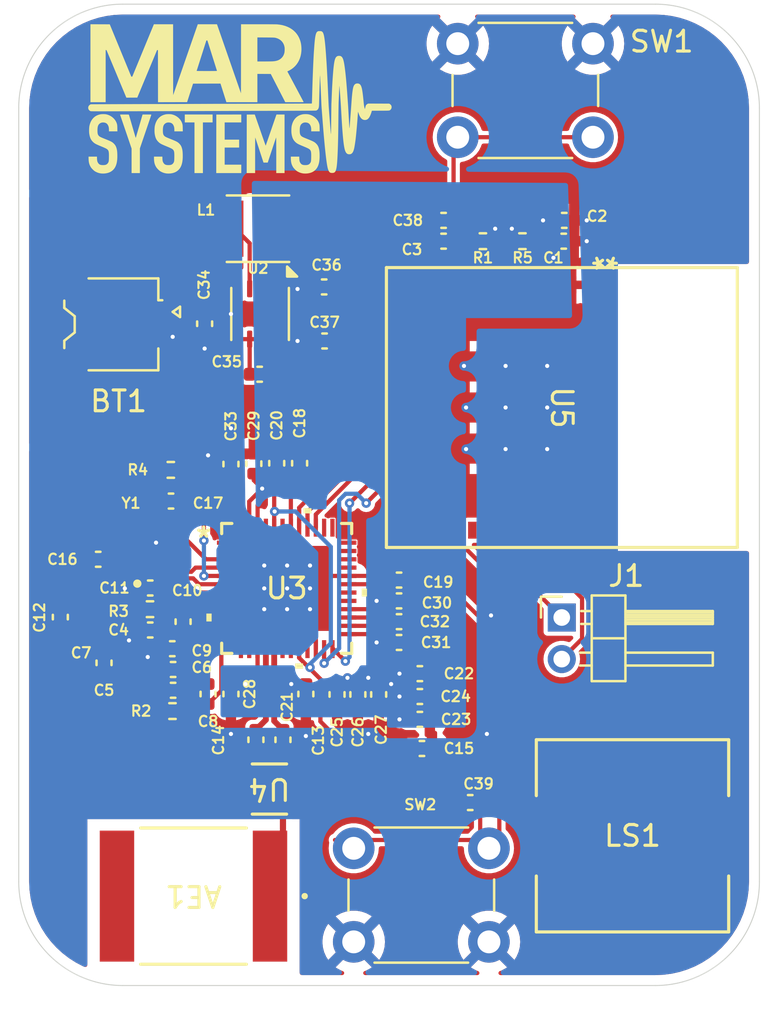
<source format=kicad_pcb>
(kicad_pcb (version 20240108) (generator "pcbnew") (generator_version "8.0")
  (layers (0 "F.Cu" signal) (31 "B.Cu" signal) (34 "B.Paste" user) (35 "F.Paste" user) (36 "B.SilkS" user "B.Silkscreen") (37 "F.SilkS" user "F.Silkscreen") (38 "B.Mask" user) (39 "F.Mask" user) (44 "Edge.Cuts" user))
  (net 0 "")
  (net 1 "GND")
  (net 2 "Net-(AE1-A)")
  (net 3 "VDDAON")
  (net 4 "Net-(C10-Pad2)")
  (net 5 "Net-(C5-Pad1)")
  (net 6 "Net-(C5-Pad2)")
  (net 7 "Net-(C7-Pad1)")
  (net 8 "Net-(C8-Pad1)")
  (net 9 "Net-(C9-Pad1)")
  (net 10 "Net-(C10-Pad1)")
  (net 11 "Net-(C11-Pad1)")
  (net 12 "Net-(C12-Pad1)")
  (net 13 "Net-(C13-Pad1)")
  (net 14 "Net-(C14-Pad1)")
  (net 15 "VDDDIG")
  (net 16 "Net-(C16-Pad1)")
  (net 17 "Net-(C17-Pad1)")
  (net 18 "Net-(C18-Pad1)")
  (net 19 "Net-(C19-Pad2)")
  (net 20 "VDDLDOD")
  (net 21 "VDDLDOA")
  (net 22 "Net-(BT1-+)")
  (net 23 "Net-(R4-Pad1)")
  (net 24 "SPICLK")
  (net 25 "SPICSn")
  (net 26 "RSTn")
  (net 27 "RXD0")
  (net 28 "SPIMOSI")
  (net 29 "WAKEUP")
  (net 30 "TXD0")
  (net 31 "SPIMISO")
  (net 37 "SYNC")
  (net 47 "Net-(U5-IO19)")
  (net 66 "Net-(U5-IO2)")
  (net 67 "Net-(U2-EN)")
  (net 68 "Net-(U2-L1)")
  (net 69 "Net-(U2-L2)")
  (net 70 "C+")
  (net 71 "C-")
  (net 72 "Boot")
  (net 73 "EN")
  (footprint "Resistor_SMD:R_0402_1005Metric" (layer "F.Cu") (at 104.69 87.6 180)
    (property "Reference" "R2")
    (property "Value" "270")
  )
  (footprint "Capacitor_SMD:C_0402_1005Metric" (layer "F.Cu") (at 104.62 77.5 180)
    (property "Reference" "C17")
    (property "Value" "10p")
  )
  (footprint "Resistor_SMD:R_0402_1005Metric" (layer "F.Cu") (at 104.61 76 180)
    (property "Reference" "R4")
    (property "Value" "11k")
  )
  (footprint "Capacitor_SMD:C_0402_1005Metric" (layer "F.Cu") (at 104.72 86.6)
    (property "Reference" "C5")
    (property "Value" "820p")
  )
  (footprint "Capacitor_SMD:C_0402_1005Metric" (layer "F.Cu") (at 115.58 81.3 180)
    (property "Reference" "C19")
    (property "Value" "0.1u")
  )
  (footprint "Capacitor_SMD:C_0402_1005Metric" (layer "F.Cu") (at 103.62 81.68 180)
    (property "Reference" "C11")
    (property "Value" "0.1u")
  )
  (footprint "Connector_PinHeader_2.00mm:PinHeader_1x02_P2.00mm_Horizontal" (layer "F.Cu") (at 123.4 83.1)
    (property "Reference" "J1")
    (property "Value" "Conn_01x02_Socket")
  )
  (footprint "Capacitor_SMD:C_0402_1005Metric" (layer "F.Cu") (at 117.72 64)
    (property "Reference" "C38")
    (property "Value" "0.1u")
  )
  (footprint "Capacitor_SMD:C_0402_1005Metric" (layer "F.Cu") (at 119 92)
    (property "Reference" "C39")
    (property "Value" "10p")
  )
  (footprint "Capacitor_SMD:C_0402_1005Metric" (layer "F.Cu") (at 114.6 86.8 -90)
    (property "Reference" "C27")
    (property "Value" "330p")
  )
  (footprint "Capacitor_SMD:C_0402_1005Metric" (layer "F.Cu") (at 116.58 88)
    (property "Reference" "C23")
    (property "Value" "10p")
  )
  (footprint "Capacitor_SMD:C_0402_1005Metric" (layer "F.Cu") (at 105.2 83.3 -90)
    (property "Reference" "C10")
    (property "Value" "1p")
  )
  (footprint "Capacitor_SMD:C_0402_1005Metric" (layer "F.Cu") (at 106.235 68.97 90)
    (property "Reference" "C34")
    (property "Value" "10u")
  )
  (footprint "Capacitor_SMD:C_0402_1005Metric" (layer "F.Cu") (at 115.58 83.3)
    (property "Reference" "C32")
    (property "Value" "0.1u")
  )
  (footprint "Capacitor_SMD:C_0402_1005Metric" (layer "F.Cu") (at 108.6 75.7 90)
    (property "Reference" "C29")
    (property "Value" "0.1u")
  )
  (footprint "Capacitor_SMD:C_0402_1005Metric" (layer "F.Cu") (at 109.7 75.68 90)
    (property "Reference" "C20")
    (property "Value" "0.1u")
  )
  (footprint "Capacitor_SMD:C_0402_1005Metric" (layer "F.Cu") (at 106.4 86.78 90)
    (property "Reference" "C8")
    (property "Value" "18p")
  )
  (footprint "Capacitor_SMD:C_0402_1005Metric" (layer "F.Cu") (at 107.5 75.72 90)
    (property "Reference" "C33")
    (property "Value" "0.1u")
  )
  (footprint "Capacitor_SMD:C_0402_1005Metric" (layer "F.Cu") (at 108.88 71.4)
    (property "Reference" "C35")
    (property "Value" "0.1u")
  )
  (footprint "DW1000:VFQFN48_12X12_QOR" (layer "F.Cu") (at 110.179 81.700001)
    (property "Reference" "U3")
    (property "Value" "DW1000-I-TR13")
  )
  (footprint "Capacitor_SMD:C_0402_1005Metric" (layer "F.Cu") (at 116.68 89.4 180)
    (property "Reference" "C15")
    (property "Value" "0.1u")
  )
  (footprint "ABM10_165_38:XTAL_ABM10-165-38.400MHZ-T3" (layer "F.Cu") (at 103.9 79.5 90)
    (property "Reference" "Y1")
    (property "Value" "ABM10")
  )
  (footprint "Capacitor_SMD:C_0402_1005Metric" (layer "F.Cu") (at 115.58 84.3)
    (property "Reference" "C31")
    (property "Value" "0.1u")
  )
  (footprint "HHM1595A1:HHM-6_2P0X1P25" (layer "F.Cu") (at 109.350001 91.349999 180)
    (property "Reference" "U4")
    (property "Value" "HHM1595A1")
  )
  (footprint "Capacitor_SMD:C_0402_1005Metric" (layer "F.Cu") (at 117.72 65)
    (property "Reference" "C3")
    (property "Value" "1u")
  )
  (footprint "SMT-0952-T-5V-R:SMT-0952-T-5V-R_PUI" (layer "F.Cu") (at 126.8 93.6)
    (property "Reference" "LS1")
    (property "Value" "SMT-0952-T-5V-R")
  )
  (footprint "Capacitor_SMD:C_0402_1005Metric" (layer "F.Cu") (at 123.494999 65)
    (property "Reference" "C1")
    (property "Value" "10u")
  )
  (footprint "Capacitor_SMD:C_0402_1005Metric" (layer "F.Cu") (at 111.98 67.2)
    (property "Reference" "C36")
    (property "Value" "10u")
  )
  (footprint "Capacitor_SMD:C_0402_1005Metric" (layer "F.Cu") (at 112.6 86.8 -90)
    (property "Reference" "C25")
    (property "Value" "0.1u")
  )
  (footprint "Resistor_SMD:R_0402_1005Metric" (layer "F.Cu") (at 103.61 82.7 180)
    (property "Reference" "R3")
    (property "Value" "16k")
  )
  (footprint "Button_Switch_THT:SW_PUSH_6mm" (layer "F.Cu") (at 118.4 55.5)
    (property "Reference" "SW1")
    (property "Value" "EN")
  )
  (footprint "Capacitor_SMD:C_0402_1005Metric" (layer "F.Cu") (at 116.58 85.8)
    (property "Reference" "C22")
    (property "Value" "0.1u")
  )
  (footprint "AH086M555003:AH086M_TAY" (layer "F.Cu") (at 105.7 96.5 180)
    (property "Reference" "AE1")
    (property "Value" "Antenna")
  )
  (footprint "LOGO" (layer "F.Cu") (at 107.9 58.2)
    (property "Reference" "G***" (hide yes))
    (property "Value" "LOGO" (hide yes))
  )
  (footprint "Capacitor_SMD:C_0402_1005Metric" (layer "F.Cu") (at 111.1 86.78 -90)
    (property "Reference" "C21")
    (property "Value" "47u")
  )
  (footprint "Capacitor_SMD:C_0402_1005Metric" (layer "F.Cu") (at 108.7 88.979998 90)
    (property "Reference" "C14")
    (property "Value" "12pF")
  )
  (footprint "Capacitor_SMD:C_0402_1005Metric" (layer "F.Cu") (at 101.4 85.28 -90)
    (property "Reference" "C7")
    (property "Value" "27p")
  )
  (footprint "Connector_JST:JST_ACH_BM02B-ACHSS-GAN-ETF_1x02-1MP_P1.20mm_Vertical" (layer "F.Cu") (at 101.9 69 -90)
    (property "Reference" "BT1")
    (property "Value" "Battery")
  )
  (footprint "Capacitor_SMD:C_0402_1005Metric" (layer "F.Cu") (at 116.58 86.9)
    (property "Reference" "C24")
    (property "Value" "330p")
  )
  (footprint "Capacitor_SMD:C_0402_1005Metric" (layer "F.Cu") (at 104.68 84.6 180)
    (property "Reference" "C9")
    (property "Value" "0.1u")
  )
  (footprint "Capacitor_SMD:C_0402_1005Metric" (layer "F.Cu") (at 103.62 83.7 180)
    (property "Reference" "C4")
    (property "Value" "0.1u")
  )
  (footprint "Resistor_SMD:R_0402_1005Metric" (layer "F.Cu") (at 121.51 65)
    (property "Reference" "R5")
    (property "Value" "10k")
  )
  (footprint "Capacitor_SMD:C_0402_1005Metric" (layer "F.Cu") (at 104.72 85.6 180)
    (property "Reference" "C6")
    (property "Value" "0.1u")
  )
  (footprint "Capacitor_SMD:C_0402_1005Metric" (layer "F.Cu") (at 107.5 86.78 -90)
    (property "Reference" "C28")
    (property "Value" "10n")
  )
  (footprint "Package_SON:WSON-10-1EP_2.5x2.5mm_P0.5mm_EP1.2x2mm" (layer "F.Cu") (at 108.9 68.5 -90)
    (property "Reference" "U2")
    (property "Value" "TPS63031DSK")
  )
  (footprint "Capacitor_SMD:C_0402_1005Metric" (layer "F.Cu") (at 115.58 82.3)
    (property "Reference" "C30")
    (property "Value" "0.1u")
  )
  (footprint "Capacitor_SMD:C_0402_1005Metric" (layer "F.Cu") (at 101.12 80.3 180)
    (property "Reference" "C16")
    (property "Value" "10pF")
  )
  (footprint "Button_Switch_THT:SW_PUSH_6mm" (layer "F.Cu") (at 119.9 98.7 180)
    (property "Reference" "SW2")
    (property "Value" "BOOT")
  )
  (footprint "Capacitor_SMD:C_0402_1005Metric" (layer "F.Cu") (at 110 88.979998 90)
    (property "Reference" "C13")
    (property "Value" "12pF")
  )
  (footprint "Capacitor_SMD:C_0402_1005Metric" (layer "F.Cu") (at 110.8 75.68 90)
    (property "Reference" "C18")
    (property "Value" "0.1u")
  )
  (footprint "ESP32-C3-MINI:ESP32-C3-MINI-1_EXP" (layer "F.Cu") (at 123.4051 73.000001 -90)
    (property "Reference" "U5")
    (property "Value" "ESP32-C3-MINI-1-N4")
  )
  (footprint "Capacitor_SMD:C_0402_1005Metric" (layer "F.Cu") (at 112 69.8)
    (property "Reference" "C37")
    (property "Value" "10u")
  )
  (footprint "Inductor_SMD:L_Taiyo-Yuden_NR-30xx" (layer "F.Cu") (at 108.8 64.4 180)
    (property "Reference" "L1")
    (property "Value" "1.5u")
  )
  (footprint "Capacitor_SMD:C_0402_1005Metric" (layer "F.Cu") (at 113.6 86.8 -90)
    (property "Reference" "C26")
    (property "Value" "10p")
  )
  (footprint "Capacitor_SMD:C_0402_1005Metric" (layer "F.Cu") (at 99.3 83.08 -90)
    (property "Reference" "C12")
    (property "Value" "0.1u")
  )
  (footprint "Resistor_SMD:R_0402_1005Metric" (layer "F.Cu") (at 119.61 65 180)
    (property "Reference" "R1")
    (property "Value" "10k")
  )
  (footprint "Capacitor_SMD:C_0402_1005Metric" (layer "F.Cu") (at 123.52 64)
    (property "Reference" "C2")
    (property "Value" "0.1u")
  )
  (gr_line (start 97.3 95.8) (end 97.3 58.6) (stroke (width 0.05)) (layer "Edge.Cuts"))
  (gr_line (start 102.3 53.6) (end 127.9 53.6) (stroke (width 0.05)) (layer "Edge.Cuts"))
  (gr_line (start 132.9 58.6) (end 132.9 95.8) (stroke (width 0.05)) (layer "Edge.Cuts"))
  (gr_arc (start 102.3 100.8) (mid 98.764466 99.335534) (end 97.3 95.8) (stroke (width 0.05)) (layer "Edge.Cuts"))
  (gr_arc (start 97.3 58.6) (mid 98.764466 55.064466) (end 102.3 53.6) (stroke (width 0.05)) (layer "Edge.Cuts"))
  (gr_arc (start 127.9 53.6) (mid 131.435534 55.064466) (end 132.9 58.6) (stroke (width 0.05)) (layer "Edge.Cuts"))
  (gr_arc (start 132.9 95.8) (mid 131.435534 99.335534) (end 127.9 100.8) (stroke (width 0.05)) (layer "Edge.Cuts"))
  (gr_line (start 127.9 100.8) (end 102.3 100.8) (stroke (width 0.05)) (layer "Edge.Cuts"))
  (segment (start 103.775 69.6) (end 104.7 69.6) (width 0.2032) (layer "F.Cu") (net 1))
  (segment (start 109.4 71.36) (end 109.36 71.4) (width 0.2032) (layer "F.Cu") (net 1))
  (segment (start 103.2 78.8) (end 103.9 79.5) (width 0.2032) (layer "F.Cu") (net 1))
  (segment (start 106.235 70.165) (end 106.235 69.45) (width 0.2032) (layer "F.Cu") (net 1))
  (segment (start 108.779 80.279) (end 109.1 80.6) (width 0.2032) (layer "F.Cu") (net 1))
  (segment (start 118.7 71.000001) (end 118.725 71.025001) (width 0.2032) (layer "F.Cu") (net 1))
  (segment (start 111.579 84.621001) (end 111.579 82.979) (width 0.2032) (layer "F.Cu") (net 1))
  (segment (start 103 78.8) (end 103.2 78.8) (width 0.2032) (layer "F.Cu") (net 1))
  (segment (start 109.979 80.379) (end 110.2 80.6) (width 0.2032) (layer "F.Cu") (net 1))
  (segment (start 108.779 78.779001) (end 108.779 80.279) (width 0.2032) (layer "F.Cu") (net 1))
  (segment (start 113.1 81.100002) (end 111.800002 81.100002) (width 0.2032) (layer "F.Cu") (net 1))
  (segment (start 109.4 69.7125) (end 109.4 69) (width 0.2032) (layer "F.Cu") (net 1))
  (segment (start 103.14 83.7) (end 103.1 83.7) (width 0.2032) (layer "F.Cu") (net 1))
  (segment (start 118.699999 71) (end 118.7 71) (width 0.2032) (layer "F.Cu") (net 1))
  (segment (start 104.8 80.2) (end 104.6 80.2) (width 0.2032) (layer "F.Cu") (net 1))
  (segment (start 108.9 67.2875) (end 108.9 68.5) (width 0.2032) (layer "F.Cu") (net 1))
  (segment (start 111.579 82.979) (end 111.3 82.7) (width 0.2032) (layer "F.Cu") (net 1))
  (segment (start 111.800002 81.100002) (end 111.3 80.6) (width 0.2032) (layer "F.Cu") (net 1))
  (segment (start 112.480002 69.800002) (end 112.48 69.8) (width 0.2032) (layer "F.Cu") (net 1))
  (segment (start 104.6 80.2) (end 103.9 79.5) (width 0.2032) (layer "F.Cu") (net 1))
  (segment (start 103.1 83.7) (end 102.6 84.2) (width 0.2032) (layer "F.Cu") (net 1))
  (segment (start 118.7 71) (end 118.7 71.000001) (width 0.2032) (layer "F.Cu") (net 1))
  (segment (start 107.5 68.5) (end 108.9 68.5) (width 0.2032) (layer "F.Cu") (net 1))
  (segment (start 109.4 69) (end 108.9 68.5) (width 0.2032) (layer "F.Cu") (net 1))
  (segment (start 109.979 78.779001) (end 109.979 80.379) (width 0.2032) (layer "F.Cu") (net 1))
  (via (at 111.3 80.6) (size 0.45) (drill 0.2) (layers "F.Cu" "B.Cu") (net 1))
  (via (at 111.3 81.7) (size 0.45) (drill 0.2) (layers "F.Cu" "B.Cu") (net 1))
  (via (at 124.6 64) (size 0.45) (drill 0.2) (layers "F.Cu" "B.Cu") (net 1))
  (via (at 103.5 85) (size 0.45) (drill 0.2) (layers "F.Cu" "B.Cu") (net 1))
  (via (at 118.8 73) (size 0.45) (drill 0.2) (layers "F.Cu" "B.Cu") (net 1))
  (via (at 102.4 81.7) (size 0.45) (drill 0.2) (layers "F.Cu" "B.Cu") (net 1))
  (via (at 102.6 84.2) (size 0.45) (drill 0.2) (layers "F.Cu" "B.Cu") (net 1))
  (via (at 110.2 82.7) (size 0.45) (drill 0.2) (layers "F.Cu" "B.Cu") (net 1))
  (via (at 109.1 82.7) (size 0.45) (drill 0.2) (layers "F.Cu" "B.Cu") (net 1))
  (via (at 124.6 65) (size 0.45) (drill 0.2) (layers "F.Cu" "B.Cu") (net 1))
  (via (at 107.5 68.5) (size 0.45) (drill 0.2) (layers "F.Cu" "B.Cu") (net 1))
  (via (at 107.5 74) (size 0.45) (drill 0.2) (layers "F.Cu" "B.Cu") (net 1))
  (via (at 120.7 71) (size 0.45) (drill 0.2) (layers "F.Cu" "B.Cu") (net 1))
  (via (at 109.1 81.7) (size 0.45) (drill 0.2) (layers "F.Cu" "B.Cu") (net 1))
  (via (at 106.4 75.3) (size 0.45) (drill 0.2) (layers "F.Cu" "B.Cu") (net 1))
  (via (at 104.7 69.6) (size 0.45) (drill 0.2) (layers "F.Cu" "B.Cu") (net 1))
  (via (at 120.7 75) (size 0.45) (drill 0.2) (layers "F.Cu" "B.Cu") (net 1))
  (via (at 122.7 73) (size 0.45) (drill 0.2) (layers "F.Cu" "B.Cu") (net 1))
  (via (at 106.235 70.165) (size 0.45) (drill 0.2) (layers "F.Cu" "B.Cu") (net 1))
  (via (at 120.7 73) (size 0.45) (drill 0.2) (layers "F.Cu" "B.Cu") (net 1))
  (via (at 110.2 81.7) (size 0.45) (drill 0.2) (layers "F.Cu" "B.Cu") (net 1))
  (via (at 111.3 82.7) (size 0.45) (drill 0.2) (layers "F.Cu" "B.Cu") (net 1))
  (via (at 118.7 71) (size 0.45) (drill 0.2) (layers "F.Cu" "B.Cu") (net 1))
  (via (at 122.7 75) (size 0.45) (drill 0.2) (layers "F.Cu" "B.Cu") (net 1))
  (via (at 119.8 88.7) (size 0.45) (drill 0.2) (layers "F.Cu" "B.Cu") (net 1))
  (via (at 103.9 79.5) (size 0.45) (drill 0.2) (layers "F.Cu" "B.Cu") (net 1))
  (via (at 110.2 80.6) (size 0.45) (drill 0.2) (layers "F.Cu" "B.Cu") (net 1))
  (via (at 122.7 71) (size 0.45) (drill 0.2) (layers "F.Cu" "B.Cu") (net 1))
  (via (at 120 83) (size 0.45) (drill 0.2) (layers "F.Cu" "B.Cu") (net 1))
  (via (at 114.1 88.7) (size 0.45) (drill 0.2) (layers "F.Cu" "B.Cu") (net 1))
  (via (at 109.1 80.6) (size 0.45) (drill 0.2) (layers "F.Cu" "B.Cu") (net 1))
  (via (at 118.8 75) (size 0.45) (drill 0.2) (layers "F.Cu" "B.Cu") (net 1))
  (via (at 111.1 88.8) (size 0.45) (drill 0.2) (layers "F.Cu" "B.Cu") (net 1))
  (via (at 107.5 88.7) (size 0.45) (drill 0.2) (layers "F.Cu" "B.Cu") (net 1))
  (segment (start 110 95.877801) (end 109.377801 96.5) (width 0.29718) (layer "F.Cu") (net 2))
  (segment (start 110 91.999998) (end 110 95.877801) (width 0.29718) (layer "F.Cu") (net 2))
  (segment (start 108.6 76.5) (end 109 76.9) (width 0.2032) (layer "F.Cu") (net 3))
  (segment (start 110.6125 69.7125) (end 110.7 69.8) (width 0.2032) (layer "F.Cu") (net 3))
  (segment (start 111.5 67.2) (end 110.8 67.2) (width 0.2032) (layer "F.Cu") (net 3))
  (segment (start 115.18 86.32) (end 115.2 86.3) (width 0.2032) (layer "F.Cu") (net 3))
  (segment (start 123.014999 65) (end 123.014999 65.785001) (width 0.2) (layer "F.Cu") (net 3))
  (segment (start 108.779 84.621001) (end 108.779 85.721) (width 0.2032) (layer "F.Cu") (net 3))
  (segment (start 109.9 69.7125) (end 110.6125 69.7125) (width 0.2032) (layer "F.Cu") (net 3))
  (segment (start 123.1 67.100003) (end 123.1 65.9) (width 0.2032) (layer "F.Cu") (net 3))
  (segment (start 107.5 86.3) (end 108.2 86.3) (width 0.2032) (layer "F.Cu") (net 3))
  (segment (start 115.1 84.3) (end 114.5 84.3) (width 0.2032) (layer "F.Cu") (net 3))
  (segment (start 112.6 86.32) (end 113.6 86.32) (width 0.2032) (layer "F.Cu") (net 3))
  (segment (start 116.1 88) (end 115.6 88) (width 0.2032) (layer "F.Cu") (net 3))
  (segment (start 122.5 64) (end 123.04 64) (width 0.2032) (layer "F.Cu") (net 3))
  (segment (start 114.6 86.32) (end 115.18 86.32) (width 0.2032) (layer "F.Cu") (net 3))
  (segment (start 112.78 86.32) (end 113.1 86) (width 0.2032) (layer "F.Cu") (net 3))
  (segment (start 111.1 86.3) (end 110.4 86.3) (width 0.2032) (layer "F.Cu") (net 3))
  (segment (start 113.6 86.32) (end 114.6 86.32) (width 0.2032) (layer "F.Cu") (net 3))
  (segment (start 123.1 65.9) (end 123 65.8) (width 0.2032) (layer "F.Cu") (net 3))
  (segment (start 116.1 85.8) (end 116.1 86.9) (width 0.2032) (layer "F.Cu") (net 3))
  (segment (start 114.100002 83.900002) (end 114.5 84.3) (width 0.2032) (layer "F.Cu") (net 3))
  (segment (start 115.1 82.3) (end 114.5 82.3) (width 0.2032) (layer "F.Cu") (net 3))
  (segment (start 113.1 82.700002) (end 114.099998 82.700002) (width 0.2032) (layer "F.Cu") (net 3))
  (segment (start 110.8 67.2) (end 110.7 67.3) (width 0.2032) (layer "F.Cu") (net 3))
  (segment (start 113.6 86.32) (end 113.78 86.32) (width 0.2032) (layer "F.Cu") (net 3))
  (segment (start 108.379001 78.779001) (end 108.379001 77.520999) (width 0.2032) (layer "F.Cu") (net 3))
  (segment (start 111.52 69.8) (end 110.7 69.8) (width 0.2032) (layer "F.Cu") (net 3))
  (segment (start 113.1 83.900002) (end 114.100002 83.900002) (width 0.2032) (layer "F.Cu") (net 3))
  (segment (start 109.9 67.2875) (end 110.6875 67.2875) (width 0.2032) (layer "F.Cu") (net 3))
  (segment (start 114.099998 82.700002) (end 114.5 82.3) (width 0.2032) (layer "F.Cu") (net 3))
  (segment (start 123.014999 65.785001) (end 123 65.8) (width 0.2) (layer "F.Cu") (net 3))
  (segment (start 110.6875 67.2875) (end 110.7 67.3) (width 0.2032) (layer "F.Cu") (net 3))
  (segment (start 120.12 65) (end 120.12 64.48) (width 0.2032) (layer "F.Cu") (net 3))
  (segment (start 121 65) (end 121 64.4) (width 0.2032) (layer "F.Cu") (net 3))
  (segment (start 113.78 86.32) (end 114.1 86) (width 0.2032) (layer "F.Cu") (net 3))
  (segment (start 108.379001 77.520999) (end 109 76.9) (width 0.2032) (layer "F.Cu") (net 3))
  (segment (start 120.12 64.48) (end 120.2 64.4) (width 0.2032) (layer "F.Cu") (net 3))
  (segment (start 116.1 85.8) (end 115.6 85.8) (width 0.2032) (layer "F.Cu") (net 3))
  (segment (start 108.779 85.721) (end 108.2 86.3) (width 0.2032) (layer "F.Cu") (net 3))
  (segment (start 116.1 86.9) (end 116.1 88) (width 0.2032) (layer "F.Cu") (net 3))
  (segment (start 108.6 76.18) (end 108.6 76.5) (width 0.2032) (layer "F.Cu") (net 3))
  (segment (start 112.6 86.32) (end 112.78 86.32) (width 0.2032) (layer "F.Cu") (net 3))
  (segment (start 116.1 86.9) (end 115.6 86.9) (width 0.2032) (layer "F.Cu") (net 3))
  (via (at 109 76.9) (size 0.45) (drill 0.2) (layers "F.Cu" "B.Cu") (net 3))
  (via (at 110.4 86.3) (size 0.45) (drill 0.2) (layers "F.Cu" "B.Cu") (net 3))
  (via (at 120.2 64.4) (size 0.45) (drill 0.2) (layers "F.Cu" "B.Cu") (net 3))
  (via (at 114.5 84.3) (size 0.45) (drill 0.2) (layers "F.Cu" "B.Cu") (net 3))
  (via (at 113.1 86) (size 0.45) (drill 0.2) (layers "F.Cu" "B.Cu") (net 3))
  (via (at 121 64.4) (size 0.45) (drill 0.2) (layers "F.Cu" "B.Cu") (net 3))
  (via (at 110.7 69.8) (size 0.45) (drill 0.2) (layers "F.Cu" "B.Cu") (net 3))
  (via (at 114.5 82.3) (size 0.45) (drill 0.2) (layers "F.Cu" "B.Cu") (net 3))
  (via (at 110.7 67.3) (size 0.45) (drill 0.2) (layers "F.Cu" "B.Cu") (net 3))
  (via (at 115.6 86.9) (size 0.45) (drill 0.2) (layers "F.Cu" "B.Cu") (net 3))
  (via (at 108.2 86.3) (size 0.45) (drill 0.2) (layers "F.Cu" "B.Cu") (net 3))
  (via (at 115.6 85.8) (size 0.45) (drill 0.2) (layers "F.Cu" "B.Cu") (net 3))
  (via (at 114.1 86) (size 0.45) (drill 0.2) (layers "F.Cu" "B.Cu") (net 3))
  (via (at 115.6 88) (size 0.45) (drill 0.2) (layers "F.Cu" "B.Cu") (net 3))
  (via (at 122.5 64) (size 0.45) (drill 0.2) (layers "F.Cu" "B.Cu") (net 3))
  (via (at 123 65.8) (size 0.45) (drill 0.2) (layers "F.Cu" "B.Cu") (net 3))
  (via (at 115.2 86.3) (size 0.45) (drill 0.2) (layers "F.Cu" "B.Cu") (net 3))
  (segment (start 101.4 85.76) (end 102.04 85.76) (width 0.2032) (layer "F.Cu") (net 4))
  (segment (start 107.258 82.700002) (end 106.279998 82.700002) (width 0.2032) (layer "F.Cu") (net 4))
  (segment (start 106.279998 82.700002) (end 105.2 83.78) (width 0.2032) (layer "F.Cu") (net 4))
  (segment (start 104.1 83.7) (end 105.12 83.7) (width 0.2032) (layer "F.Cu") (net 4))
  (segment (start 105.12 83.7) (end 105.2 83.78) (width 0.2032) (layer "F.Cu") (net 4))
  (segment (start 102.04 85.76) (end 104.1 83.7) (width 0.2032) (layer "F.Cu") (net 4))
  (segment (start 105.2 86.6) (end 106.1 86.6) (width 0.2032) (layer "F.Cu") (net 6))
  (segment (start 105.2 85.6) (end 105.2 86.6) (width 0.2032) (layer "F.Cu") (net 6))
  (segment (start 106.4 86.3) (end 106.4 83.723) (width 0.2032) (layer "F.Cu") (net 6))
  (segment (start 106.623 83.5) (end 107.258 83.5) (width 0.2032) (layer "F.Cu") (net 6))
  (segment (start 106.1 86.6) (end 106.4 86.3) (width 0.2032) (layer "F.Cu") (net 6))
  (segment (start 106.4 83.723) (end 106.623 83.5) (width 0.2032) (layer "F.Cu") (net 6))
  (segment (start 101.4 84.4) (end 103.1 82.7) (width 0.2032) (layer "F.Cu") (net 7))
  (segment (start 101.4 84.8) (end 101.4 84.4) (width 0.2032) (layer "F.Cu") (net 7))
  (segment (start 107.0384 84.119602) (end 107.0384 86.6216) (width 0.2032) (layer "F.Cu") (net 8))
  (segment (start 107.0384 86.6216) (end 106.4 87.26) (width 0.2032) (layer "F.Cu") (net 8))
  (segment (start 105.2 87.6) (end 106.06 87.6) (width 0.2032) (layer "F.Cu") (net 8))
  (segment (start 107.258 83.900002) (end 107.0384 84.119602) (width 0.2032) (layer "F.Cu") (net 8))
  (segment (start 106.06 87.6) (end 106.4 87.26) (width 0.2032) (layer "F.Cu") (net 8))
  (segment (start 105.16 84.6) (end 106.659999 83.100001) (width 0.2032) (layer "F.Cu") (net 9))
  (segment (start 106.659999 83.100001) (end 107.258 83.100001) (width 0.2032) (layer "F.Cu") (net 9))
  (segment (start 105.72 82.3) (end 105.2 82.82) (width 0.2032) (layer "F.Cu") (net 10))
  (segment (start 104.12 82.7) (end 105.08 82.7) (width 0.2032) (layer "F.Cu") (net 10))
  (segment (start 105.08 82.7) (end 105.2 82.82) (width 0.2032) (layer "F.Cu") (net 10))
  (segment (start 107.258 82.3) (end 105.72 82.3) (width 0.2032) (layer "F.Cu") (net 10))
  (segment (start 104.1 81.68) (end 104.320001 81.900001) (width 0.2032) (layer "F.Cu") (net 11))
  (segment (start 104.320001 81.900001) (end 107.258 81.900001) (width 0.2032) (layer "F.Cu") (net 11))
  (segment (start 100.6816 81.2184) (end 105.6816 81.2184) (width 0.2032) (layer "F.Cu") (net 12))
  (segment (start 105.6816 81.2184) (end 105.963201 81.500001) (width 0.2032) (layer "F.Cu") (net 12))
  (segment (start 99.3 82.6) (end 100.6816 81.2184) (width 0.2032) (layer "F.Cu") (net 12))
  (segment (start 105.963201 81.500001) (end 107.258 81.500001) (width 0.2032) (layer "F.Cu") (net 12))
  (segment (start 110 89.459998) (end 110 90.7) (width 0.29718) (layer "F.Cu") (net 13))
  (segment (start 108.7 90.699998) (end 108.700002 90.7) (width 0.29718) (layer "F.Cu") (net 14))
  (segment (start 108.7 89.459998) (end 108.7 90.699998) (width 0.29718) (layer "F.Cu") (net 14))
  (segment (start 111.3 85.561604) (end 111.8 86.061604) (width 0.2032) (layer "F.Cu") (net 15))
  (segment (start 116 89.6) (end 116.2 89.4) (width 0.2032) (layer "F.Cu") (net 15))
  (segment (start 109.579001 77.979001) (end 109.579001 76.280999) (width 0.2032) (layer "F.Cu") (net 15))
  (segment (start 109.579001 78.779001) (end 109.579001 78.020999) (width 0.2032) (layer "F.Cu") (net 15))
  (segment (start 110.778999 84.621001) (end 110.778999 85.040603) (width 0.2032) (layer "F.Cu") (net 15))
  (segment (start 110.778999 85.040603) (end 111.238396 85.5) (width 0.2032) (layer "F.Cu") (net 15))
  (segment (start 113.3 89.6) (end 116 89.6) (width 0.2032) (layer "F.Cu") (net 15))
  (segment (start 111.3 85.5) (end 111.3 85.561604) (width 0.2032) (layer "F.Cu") (net 15))
  (segment (start 111.238396 85.5) (end 111.3 85.5) (width 0.2032) (layer "F.Cu") (net 15))
  (segment (start 109.6 78) (end 109.579001 77.979001) (width 0.2032) (layer "F.Cu") (net 15))
  (segment (start 111.8 86.061604) (end 111.8 88.1) (width 0.2032) (layer "F.Cu") (net 15))
  (segment (start 109.579001 76.280999) (end 109.7 76.16) (width 0.2032) (layer "F.Cu") (net 15))
  (segment (start 111.8 88.1) (end 113.3 89.6) (width 0.2032) (layer "F.Cu") (net 15))
  (segment (start 109.579001 78.020999) (end 109.6 78) (width 0.2032) (layer "F.Cu") (net 15))
  (via (at 111.3 85.5) (size 0.45) (drill 0.2) (layers "F.Cu" "B.Cu") (net 15))
  (via (at 109.6 78) (size 0.45) (drill 0.2) (layers "F.Cu" "B.Cu") (net 15))
  (segment (start 110.6 78) (end 109.6 78) (width 0.2032) (layer "B.Cu") (net 15))
  (segment (start 111.3 85.5) (end 111.3 85.34034) (width 0.2032) (layer "B.Cu") (net 15))
  (segment (start 112.3 79.7) (end 110.6 78) (width 0.2032) (layer "B.Cu") (net 15))
  (segment (start 111.3 85.34034) (end 112.3 84.34034) (width 0.2032) (layer "B.Cu") (net 15))
  (segment (start 112.3 84.34034) (end 112.3 79.7) (width 0.2032) (layer "B.Cu") (net 15))
  (segment (start 103 80.2) (end 103.7 80.9) (width 0.2) (layer "F.Cu") (net 16))
  (segment (start 105.8 80.7) (end 107.258 80.7) (width 0.2) (layer "F.Cu") (net 16))
  (segment (start 103.7 80.9) (end 105.6 80.9) (width 0.2) (layer "F.Cu") (net 16))
  (segment (start 105.6 80.9) (end 105.8 80.7) (width 0.2) (layer "F.Cu") (net 16))
  (segment (start 101.6 80.3) (end 102.9 80.3) (width 0.2) (layer "F.Cu") (net 16))
  (segment (start 102.9 80.3) (end 103 80.2) (width 0.2) (layer "F.Cu") (net 16))
  (segment (start 107.258 80.300001) (end 106.300001 80.300001) (width 0.2032) (layer "F.Cu") (net 17))
  (segment (start 106.300001 80.300001) (end 104.8 78.8) (width 0.2032) (layer "F.Cu") (net 17))
  (segment (start 105.1 77.5) (end 105.1 78.5) (width 0.2032) (layer "F.Cu") (net 17))
  (segment (start 105.1 78.5) (end 104.8 78.8) (width 0.2) (layer "F.Cu") (net 17))
  (segment (start 110.379 78.779001) (end 110.379 76.581) (width 0.2032) (layer "F.Cu") (net 18))
  (segment (start 110.379 76.581) (end 110.8 76.16) (width 0.2032) (layer "F.Cu") (net 18))
  (segment (start 114.899999 81.500001) (end 115.1 81.3) (width 0.2032) (layer "F.Cu") (net 19))
  (segment (start 113.1 81.500001) (end 114.899999 81.500001) (width 0.2032) (layer "F.Cu") (net 19))
  (segment (start 113.1 83.5) (end 114.9 83.5) (width 0.2032) (layer "F.Cu") (net 20))
  (segment (start 114.9 83.5) (end 115.1 83.3) (width 0.2032) (layer "F.Cu") (net 20))
  (segment (start 107.5 76.3) (end 107.978999 76.778999) (width 0.2032) (layer "F.Cu") (net 21))
  (segment (start 107.978999 76.778999) (end 107.978999 78.779001) (width 0.2032) (layer "F.Cu") (net 21))
  (segment (start 107.5 76.2) (end 107.5 76.3) (width 0.2032) (layer "F.Cu") (net 21))
  (segment (start 106.2 77.08) (end 105.12 76) (width 0.2032) (layer "F.Cu") (net 23))
  (segment (start 107.258 81.100002) (end 106.200002 81.100002) (width 0.2032) (layer "F.Cu") (net 23))
  (segment (start 106.200002 81.100002) (end 106.2 81.1) (width 0.2032) (layer "F.Cu") (net 23))
  (segment (start 106.2 79.4) (end 106.2 77.08) (width 0.2032) (layer "F.Cu") (net 23))
  (via (at 106.2 81.1) (size 0.45) (drill 0.2) (layers "F.Cu" "B.Cu") (net 23))
  (via (at 106.2 79.4) (size 0.45) (drill 0.2) (layers "F.Cu" "B.Cu") (net 23))
  (segment (start 106.2 79.4) (end 106.2 81.1) (width 0.2032) (layer "B.Cu") (net 23))
  (segment (start 110.778999 77.817802) (end 115.5968 73.000001) (width 0.2032) (layer "F.Cu") (net 24))
  (segment (start 115.5968 73.000001) (end 115.8 73.000001) (width 0.2032) (layer "F.Cu") (net 24))
  (segment (start 110.778999 78.779001) (end 110.778999 77.817802) (width 0.2032) (layer "F.Cu") (net 24))
  (segment (start 112.379001 84.621001) (end 112.421001 84.621001) (width 0.2032) (layer "F.Cu") (net 25))
  (segment (start 115.399999 75.400001) (end 115.8 75.400001) (width 0.2032) (layer "F.Cu") (net 25))
  (segment (start 112.421001 84.621001) (end 113 85.2) (width 0.2032) (layer "F.Cu") (net 25))
  (segment (start 113.2 77.6) (end 115.399999 75.400001) (width 0.2032) (layer "F.Cu") (net 25))
  (via (at 113 85.2) (size 0.45) (drill 0.2) (layers "F.Cu" "B.Cu") (net 25))
  (via (at 113.2 77.6) (size 0.45) (drill 0.2) (layers "F.Cu" "B.Cu") (net 25))
  (segment (start 113.2 85) (end 113 85.2) (width 0.2032) (layer "B.Cu") (net 25))
  (segment (start 113.2 77.6) (end 113.2 85) (width 0.2032) (layer "B.Cu") (net 25))
  (segment (start 115.5316 81.0716) (end 117.500001 79.103199) (width 0.2032) (layer "F.Cu") (net 26))
  (segment (start 114.573735 83.100001) (end 114.912136 82.7616) (width 0.2032) (layer "F.Cu") (net 26))
  (segment (start 117.500001 79.103199) (end 117.500001 78.899999) (width 0.2032) (layer "F.Cu") (net 26))
  (segment (start 114.912136 82.7616) (end 115.364664 82.7616) (width 0.2032) (layer "F.Cu") (net 26))
  (segment (start 115.364664 82.7616) (end 115.5316 82.594664) (width 0.2032) (layer "F.Cu") (net 26))
  (segment (start 115.5316 82.594664) (end 115.5316 81.0716) (width 0.2032) (layer "F.Cu") (net 26))
  (segment (start 113.1 83.100001) (end 114.573735 83.100001) (width 0.2032) (layer "F.Cu") (net 26))
  (segment (start 120.7 80.4) (end 120.7 78.899999) (width 0.2032) (layer "F.Cu") (net 27))
  (segment (start 123.4 83.1) (end 120.7 80.4) (width 0.2032) (layer "F.Cu") (net 27))
  (segment (start 111.579 78.144001) (end 115.123001 74.6) (width 0.2032) (layer "F.Cu") (net 28))
  (segment (start 111.579 78.779001) (end 111.579 78.144001) (width 0.2032) (layer "F.Cu") (net 28))
  (segment (start 115.123001 74.6) (end 115.8 74.6) (width 0.2032) (layer "F.Cu") (net 28))
  (segment (start 115.4 76.2) (end 115.8 76.2) (width 0.2032) (layer "F.Cu") (net 29))
  (segment (start 114 77.6) (end 115.4 76.2) (width 0.2032) (layer "F.Cu") (net 29))
  (segment (start 111.978999 85.3) (end 111.978999 84.621001) (width 0.2032) (layer "F.Cu") (net 29))
  (via (at 111.978999 85.3) (size 0.45) (drill 0.2) (layers "F.Cu" "B.Cu") (net 29))
  (via (at 114 77.6) (size 0.45) (drill 0.2) (layers "F.Cu" "B.Cu") (net 29))
  (segment (start 113.012941 77.1484) (end 112.7 77.461341) (width 0.2032) (layer "B.Cu") (net 29))
  (segment (start 112.7 84.578999) (end 111.978999 85.3) (width 0.2032) (layer "B.Cu") (net 29))
  (segment (start 112.7 77.461341) (end 112.7 84.578999) (width 0.2032) (layer "B.Cu") (net 29))
  (segment (start 113.5484 77.1484) (end 113.012941 77.1484) (width 0.2032) (layer "B.Cu") (net 29))
  (segment (start 114 77.6) (end 113.5484 77.1484) (width 0.2032) (layer "B.Cu") (net 29))
  (segment (start 123.4 85.1) (end 124.3766 84.1234) (width 0.2032) (layer "F.Cu") (net 30))
  (segment (start 124.3766 84.1234) (end 124.3766 82.1766) (width 0.2032) (layer "F.Cu") (net 30))
  (segment (start 124.3766 82.1766) (end 121.500001 79.300001) (width 0.2032) (layer "F.Cu") (net 30))
  (segment (start 121.500001 79.300001) (end 121.500001 78.899999) (width 0.2032) (layer "F.Cu") (net 30))
  (segment (start 111.179001 78.779001) (end 111.179001 78.020999) (width 0.2032) (layer "F.Cu") (net 31))
  (segment (start 111.179001 78.020999) (end 115.399998 73.800002) (width 0.2032) (layer "F.Cu") (net 31))
  (segment (start 115.399998 73.800002) (end 115.8 73.800002) (width 0.2032) (layer "F.Cu") (net 31))
  (segment (start 121.2 82.2) (end 121.2 91.8227) (width 0.2032) (layer "F.Cu") (net 47))
  (segment (start 118.3 79.3) (end 121.2 82.2) (width 0.2032) (layer "F.Cu") (net 47))
  (segment (start 118.3 78.899999) (end 118.3 79.3) (width 0.2032) (layer "F.Cu") (net 47))
  (segment (start 121.2 91.8227) (end 122.9773 93.6) (width 0.2032) (layer "F.Cu") (net 47))
  (segment (start 121.500001 67.100003) (end 121.500001 65.519999) (width 0.2032) (layer "F.Cu") (net 66))
  (segment (start 121.500001 65.519999) (end 122.02 65) (width 0.2032) (layer "F.Cu") (net 66))
  (segment (start 108.4 69.7125) (end 108.4 71.4) (width 0.2032) (layer "F.Cu") (net 67))
  (segment (start 108.4 69.7125) (end 108.9 69.7125) (width 0.2032) (layer "F.Cu") (net 67))
  (segment (start 107.9 69.7125) (end 108.4 69.7125) (width 0.2032) (layer "F.Cu") (net 67))
  (segment (start 108.4 67.2875) (end 108.4 65.1) (width 0.2032) (layer "F.Cu") (net 68))
  (segment (start 108.4 65.1) (end 107.7 64.4) (width 0.2032) (layer "F.Cu") (net 68))
  (segment (start 109.4 67.2875) (end 109.4 66.2) (width 0.2032) (layer "F.Cu") (net 69))
  (segment (start 109.1 65.9) (end 109.1 65.2) (width 0.2032) (layer "F.Cu") (net 69))
  (segment (start 109.4 66.2) (end 109.1 65.9) (width 0.2032) (layer "F.Cu") (net 69))
  (segment (start 109.1 65.2) (end 109.9 64.4) (width 0.2032) (layer "F.Cu") (net 69))
  (segment (start 109.579001 84.621001) (end 109.579001 88.079001) (width 0.2794) (layer "F.Cu") (net 70))
  (segment (start 109.579001 88.079001) (end 110 88.499998) (width 0.2794) (layer "F.Cu") (net 70))
  (segment (start 109.178999 88.020999) (end 108.7 88.499998) (width 0.2794) (layer "F.Cu") (net 71))
  (segment (start 109.178999 84.621001) (end 109.178999 88.020999) (width 0.2794) (layer "F.Cu") (net 71))
  (segment (start 115.5968 77.000001) (end 115.8 77.000001) (width 0.2032) (layer "F.Cu") (net 72))
  (segment (start 117.9468 78.437198) (end 117.9468 81.583197) (width 0.2) (layer "F.Cu") (net 72))
  (segment (start 116.509603 77.000001) (end 117.9468 78.437198) (width 0.2) (layer "F.Cu") (net 72))
  (segment (start 119 93.8) (end 119.1 93.8) (width 0.2) (layer "F.Cu") (net 72))
  (segment (start 120.4 84.036397) (end 120.4 93.7) (width 0.2) (layer "F.Cu") (net 72))
  (segment (start 115.8 77.000001) (end 116.509603 77.000001) (width 0.2) (layer "F.Cu") (net 72))
  (segment (start 117.9468 81.583197) (end 120.4 84.036397) (width 0.2) (layer "F.Cu") (net 72))
  (segment (start 119.48 92) (end 119.48 93.78) (width 0.2) (layer "F.Cu") (net 72))
  (segment (start 116.0032 77.000001) (end 115.8 77.000001) (width 0.2032) (layer "F.Cu") (net 72))
  (segment (start 119.48 93.78) (end 119.9 94.2) (width 0.2) (layer "F.Cu") (net 72))
  (segment (start 112.5 93.8) (end 119 93.8) (width 0.2) (layer "F.Cu") (net 72))
  (segment (start 120.4 93.7) (end 119.9 94.2) (width 0.2) (layer "F.Cu") (net 72))
  (segment (start 119.1 65) (end 119.100001 67.100003) (width 0.2032) (layer "F.Cu") (net 73))
  (segment (start 118.2 65) (end 119.1 65) (width 0.2032) (layer "F.Cu") (net 73))
  (segment (start 118.2 65) (end 118.2 64) (width 0.2032) (layer "F.Cu") (net 73))
  (segment (start 118.2 64) (end 118.2 60.2) (width 0.2032) (layer "F.Cu") (net 73))
  (segment (start 118.4 60) (end 124.9 60) (width 0.2032) (layer "F.Cu") (net 73))
  (segment (start 118.2 60.2) (end 118.4 60) (width 0.2032) (layer "F.Cu") (net 73))
  (zone (net 22) (net_name "Net-(BT1-+)") (layer "F.Cu") (priority 2) (connect_pads (clearance 0.2)) (min_thickness 0.2) (fill yes (thermal_gap 0.5) (thermal_bridge_width 0.5))
    (polygon (pts (xy 97.2 62.8) (xy 97.2 74.8) (xy 105.5 74.9) (xy 105.5 70.9) (xy 109.1 70.9) (xy 109.1 62.9)))
  )
  (zone (net 1) (net_name "GND") (layer "F.Cu") (connect_pads (clearance 0.2)) (min_thickness 0.2) (fill yes (thermal_gap 0.5) (thermal_bridge_width 0.5))
    (polygon (pts (xy 96.4 53.5) (xy 96.5 100.7) (xy 132.8 100.9) (xy 132.7 53.7)))
  )
  (zone (net 0) (net_name "") (layers "F&B.Cu") (connect_pads (clearance 0)) (min_thickness 0.25)
    (keepout (tracks allowed) (vias not_allowed) (pads not_allowed) (copperpour not_allowed) (footprints allowed))
    (fill (thermal_gap 0.5) (thermal_bridge_width 0.5))
    (polygon (pts (xy 100.6 92.8) (xy 100.6 100.1) (xy 110.8 100.1) (xy 110.8 92.8)))
  )
  (zone (net 0) (net_name "") (layers "F&B.Cu") (connect_pads (clearance 0)) (min_thickness 0.2)
    (keepout (tracks not_allowed) (vias not_allowed) (pads not_allowed) (copperpour not_allowed) (footprints allowed))
    (fill (thermal_gap 0.5) (thermal_bridge_width 0.5))
    (polygon (pts (xy 126.1 66.1) (xy 133 66.1) (xy 133 79.9) (xy 126.1 79.9)))
  )
  (zone (net 0) (net_name "") (layers "F&B.Cu") (connect_pads (clearance 0)) (min_thickness 0.2)
    (keepout (tracks not_allowed) (vias not_allowed) (pads not_allowed) (copperpour not_allowed) (footprints allowed))
    (fill (thermal_gap 0.5) (thermal_bridge_width 0.5))
    (polygon (pts (xy 100.6 100.1) (xy 100.6 102.6) (xy 110.9 102.6) (xy 110.8 100.1)))
  )
  (zone (net 1) (net_name "GND") (layer "B.Cu") (priority 1) (connect_pads (clearance 0.5)) (min_thickness 0.25) (fill yes (thermal_gap 0.5) (thermal_bridge_width 0.5))
    (polygon (pts (xy 96.8 53.4) (xy 96.6 100.8) (xy 132.6 101.2) (xy 132.8 53.8)))
  )
  (zone (net 3) (net_name "VDDAON") (layer "B.Cu") (priority 3) (connect_pads (clearance 0.5)) (min_thickness 0.25) (fill yes (thermal_gap 0.5) (thermal_bridge_width 0.5))
    (polygon (pts (xy 108.5 62.1) (xy 108.7 77.9) (xy 114 77.9) (xy 114 85.4) (xy 107 85.4) (xy 107 87.9) (xy 115 87.9) (xy 115 88.4) (xy 118.8 88.4) (xy 118.8 68.7) (xy 123.9 68.7) (xy 123.7 62.2)))
  )
)
</source>
